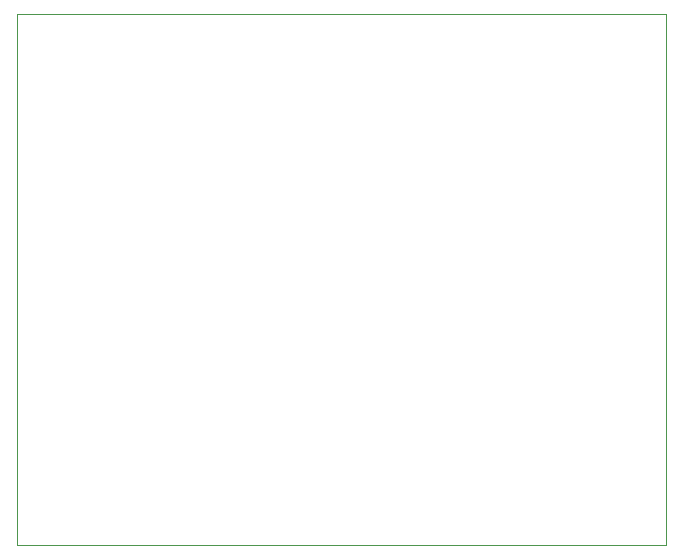
<source format=gbr>
%TF.GenerationSoftware,KiCad,Pcbnew,9.0.2*%
%TF.CreationDate,2025-06-25T21:04:22+02:00*%
%TF.ProjectId,Schrankbeleuchtung,53636872-616e-46b6-9265-6c6575636874,rev?*%
%TF.SameCoordinates,Original*%
%TF.FileFunction,Profile,NP*%
%FSLAX46Y46*%
G04 Gerber Fmt 4.6, Leading zero omitted, Abs format (unit mm)*
G04 Created by KiCad (PCBNEW 9.0.2) date 2025-06-25 21:04:22*
%MOMM*%
%LPD*%
G01*
G04 APERTURE LIST*
%TA.AperFunction,Profile*%
%ADD10C,0.050000*%
%TD*%
G04 APERTURE END LIST*
D10*
X45000000Y-45000000D02*
X100000000Y-45000000D01*
X100000000Y-90000000D01*
X45000000Y-90000000D01*
X45000000Y-45000000D01*
M02*

</source>
